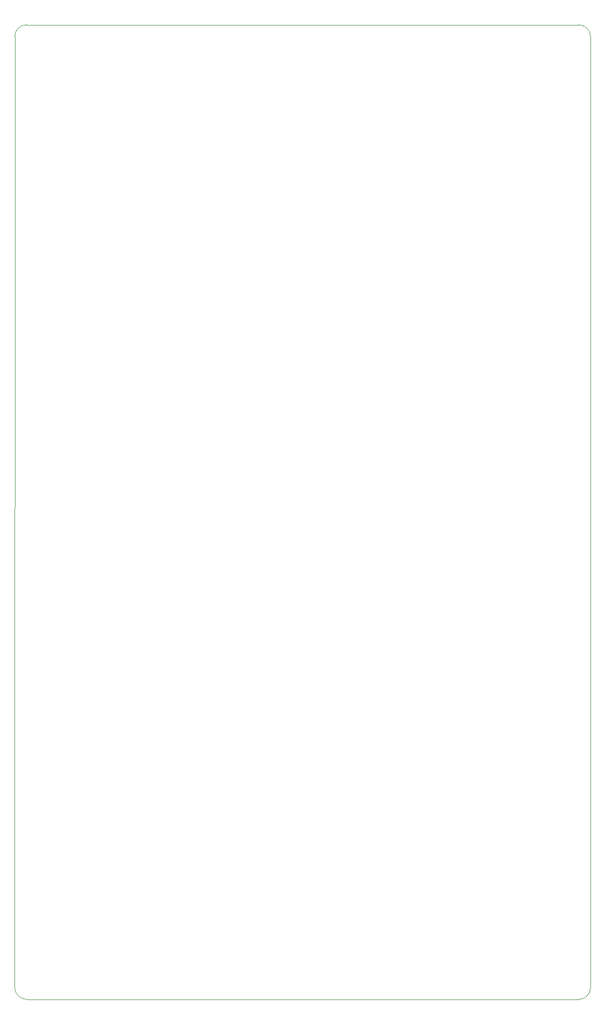
<source format=gbr>
%TF.GenerationSoftware,KiCad,Pcbnew,(6.0.11)*%
%TF.CreationDate,2024-01-03T20:11:09+00:00*%
%TF.ProjectId,BBCWinchesterPro,42424357-696e-4636-9865-737465725072,rev?*%
%TF.SameCoordinates,Original*%
%TF.FileFunction,Profile,NP*%
%FSLAX46Y46*%
G04 Gerber Fmt 4.6, Leading zero omitted, Abs format (unit mm)*
G04 Created by KiCad (PCBNEW (6.0.11)) date 2024-01-03 20:11:09*
%MOMM*%
%LPD*%
G01*
G04 APERTURE LIST*
%TA.AperFunction,Profile*%
%ADD10C,0.100000*%
%TD*%
G04 APERTURE END LIST*
D10*
X157120025Y-25889999D02*
G75*
G03*
X155130000Y-23890000I-2000025J-1D01*
G01*
X155130000Y-188910024D02*
G75*
G03*
X157129999Y-186919976I0J2000024D01*
G01*
X59619976Y-186910001D02*
X59630001Y-25880000D01*
X157120024Y-25889999D02*
X157129999Y-186919976D01*
X155130000Y-188910000D02*
X61610000Y-188910000D01*
X59619975Y-186910001D02*
G75*
G03*
X61610000Y-188910000I2000025J1D01*
G01*
X61630000Y-23889976D02*
X155130000Y-23890000D01*
X61630000Y-23889976D02*
G75*
G03*
X59630001Y-25880000I0J-2000024D01*
G01*
M02*

</source>
